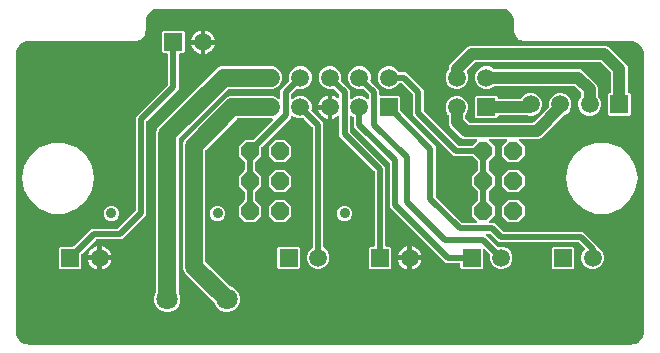
<source format=gbr>
G04 EAGLE Gerber RS-274X export*
G75*
%MOMM*%
%FSLAX34Y34*%
%LPD*%
%INBottom Copper*%
%IPPOS*%
%AMOC8*
5,1,8,0,0,1.08239X$1,22.5*%
G01*
%ADD10R,1.508000X1.508000*%
%ADD11C,1.508000*%
%ADD12P,1.649562X8X292.500000*%
%ADD13C,1.800000*%
%ADD14C,0.906400*%
%ADD15C,0.500000*%
%ADD16C,1.500000*%
%ADD17C,1.000000*%

G36*
X255046Y4007D02*
X255046Y4007D01*
X255087Y4005D01*
X256824Y4157D01*
X256918Y4178D01*
X256995Y4187D01*
X258679Y4638D01*
X258768Y4676D01*
X258843Y4697D01*
X260422Y5434D01*
X260503Y5487D01*
X260573Y5521D01*
X262001Y6521D01*
X262072Y6587D01*
X262134Y6633D01*
X263367Y7866D01*
X263425Y7943D01*
X263479Y7999D01*
X264479Y9427D01*
X264518Y9505D01*
X264563Y9572D01*
X264563Y9573D01*
X264566Y9578D01*
X265029Y10571D01*
X265029Y10572D01*
X265303Y11158D01*
X265331Y11250D01*
X265362Y11321D01*
X265813Y13005D01*
X265825Y13101D01*
X265844Y13176D01*
X265995Y14913D01*
X265993Y14959D01*
X265999Y15000D01*
X265999Y250000D01*
X265993Y250046D01*
X265995Y250087D01*
X265844Y251824D01*
X265822Y251918D01*
X265813Y251995D01*
X265362Y253679D01*
X265324Y253768D01*
X265303Y253843D01*
X264566Y255422D01*
X264513Y255503D01*
X264479Y255573D01*
X263479Y257001D01*
X263413Y257072D01*
X263367Y257134D01*
X262134Y258367D01*
X262057Y258425D01*
X262001Y258479D01*
X260573Y259479D01*
X260487Y259523D01*
X260422Y259566D01*
X258843Y260303D01*
X258750Y260331D01*
X258679Y260362D01*
X256995Y260813D01*
X256899Y260825D01*
X256824Y260844D01*
X255087Y260995D01*
X255041Y260993D01*
X255000Y260999D01*
X165044Y260999D01*
X163438Y261140D01*
X161923Y261546D01*
X160502Y262208D01*
X159217Y263108D01*
X158108Y264217D01*
X157208Y265502D01*
X156546Y266923D01*
X156140Y268438D01*
X155999Y270044D01*
X155999Y277500D01*
X155993Y277546D01*
X155995Y277587D01*
X155844Y279324D01*
X155822Y279418D01*
X155813Y279495D01*
X155362Y281179D01*
X155324Y281268D01*
X155303Y281343D01*
X154566Y282922D01*
X154513Y283003D01*
X154479Y283073D01*
X153479Y284501D01*
X153413Y284572D01*
X153367Y284634D01*
X152134Y285867D01*
X152057Y285925D01*
X152001Y285979D01*
X150573Y286979D01*
X150487Y287023D01*
X150422Y287066D01*
X148843Y287803D01*
X148750Y287831D01*
X148679Y287862D01*
X146995Y288313D01*
X146899Y288325D01*
X146824Y288344D01*
X145087Y288495D01*
X145041Y288493D01*
X145000Y288499D01*
X-145000Y288499D01*
X-145046Y288493D01*
X-145087Y288495D01*
X-146824Y288344D01*
X-146918Y288322D01*
X-146995Y288313D01*
X-148679Y287862D01*
X-148768Y287824D01*
X-148843Y287803D01*
X-150422Y287066D01*
X-150503Y287013D01*
X-150573Y286979D01*
X-152001Y285979D01*
X-152072Y285913D01*
X-152134Y285867D01*
X-153367Y284634D01*
X-153425Y284557D01*
X-153479Y284501D01*
X-154479Y283073D01*
X-154523Y282987D01*
X-154566Y282922D01*
X-154895Y282216D01*
X-155303Y281343D01*
X-155331Y281250D01*
X-155362Y281179D01*
X-155813Y279495D01*
X-155825Y279399D01*
X-155844Y279324D01*
X-155995Y277587D01*
X-155993Y277541D01*
X-155999Y277500D01*
X-155999Y270044D01*
X-156140Y268438D01*
X-156546Y266923D01*
X-156870Y266228D01*
X-157208Y265502D01*
X-158108Y264217D01*
X-159217Y263108D01*
X-160502Y262208D01*
X-161923Y261546D01*
X-163438Y261140D01*
X-165044Y260999D01*
X-255000Y260999D01*
X-255046Y260993D01*
X-255087Y260995D01*
X-256824Y260844D01*
X-256918Y260822D01*
X-256995Y260813D01*
X-258679Y260362D01*
X-258768Y260324D01*
X-258843Y260303D01*
X-260422Y259566D01*
X-260503Y259513D01*
X-260573Y259479D01*
X-262001Y258479D01*
X-262072Y258413D01*
X-262134Y258367D01*
X-263367Y257134D01*
X-263425Y257057D01*
X-263479Y257001D01*
X-264479Y255573D01*
X-264523Y255487D01*
X-264566Y255422D01*
X-264653Y255237D01*
X-264653Y255236D01*
X-265118Y254237D01*
X-265119Y254237D01*
X-265303Y253843D01*
X-265331Y253750D01*
X-265362Y253679D01*
X-265813Y251995D01*
X-265825Y251899D01*
X-265844Y251824D01*
X-265995Y250087D01*
X-265993Y250041D01*
X-265999Y250000D01*
X-265999Y15000D01*
X-265993Y14954D01*
X-265995Y14913D01*
X-265844Y13176D01*
X-265822Y13082D01*
X-265813Y13005D01*
X-265362Y11321D01*
X-265324Y11232D01*
X-265303Y11158D01*
X-264566Y9578D01*
X-264513Y9497D01*
X-264479Y9427D01*
X-263479Y7999D01*
X-263413Y7928D01*
X-263367Y7866D01*
X-262134Y6633D01*
X-262057Y6575D01*
X-262001Y6521D01*
X-260573Y5521D01*
X-260487Y5477D01*
X-260422Y5434D01*
X-258843Y4697D01*
X-258750Y4669D01*
X-258679Y4638D01*
X-256995Y4187D01*
X-256899Y4175D01*
X-256824Y4157D01*
X-255087Y4005D01*
X-255041Y4007D01*
X-255000Y4001D01*
X255000Y4001D01*
X255046Y4007D01*
G37*
%LPC*%
G36*
X34131Y67959D02*
X34131Y67959D01*
X32959Y69131D01*
X32959Y85869D01*
X34131Y87041D01*
X37000Y87041D01*
X37064Y87050D01*
X37128Y87049D01*
X37203Y87070D01*
X37279Y87081D01*
X37338Y87107D01*
X37400Y87124D01*
X37466Y87165D01*
X37536Y87197D01*
X37585Y87239D01*
X37640Y87272D01*
X37692Y87330D01*
X37750Y87380D01*
X37786Y87434D01*
X37829Y87482D01*
X37862Y87551D01*
X37905Y87616D01*
X37924Y87678D01*
X37952Y87735D01*
X37963Y87805D01*
X37987Y87886D01*
X37988Y87971D01*
X37999Y88040D01*
X37999Y150222D01*
X37986Y150317D01*
X37981Y150413D01*
X37966Y150456D01*
X37959Y150501D01*
X37920Y150589D01*
X37888Y150679D01*
X37863Y150714D01*
X37843Y150758D01*
X37760Y150855D01*
X37707Y150928D01*
X7999Y180636D01*
X7999Y196390D01*
X7986Y196484D01*
X7981Y196579D01*
X7966Y196623D01*
X7959Y196669D01*
X7920Y196756D01*
X7889Y196846D01*
X7862Y196884D01*
X7843Y196926D01*
X7781Y196998D01*
X7727Y197076D01*
X7690Y197105D01*
X7660Y197141D01*
X7580Y197193D01*
X7506Y197252D01*
X7463Y197270D01*
X7424Y197295D01*
X7333Y197323D01*
X7245Y197359D01*
X7199Y197364D01*
X7154Y197377D01*
X7059Y197379D01*
X6965Y197389D01*
X6919Y197381D01*
X6872Y197381D01*
X6781Y197356D01*
X6687Y197339D01*
X6648Y197319D01*
X6600Y197306D01*
X6493Y197240D01*
X6413Y197199D01*
X5284Y196378D01*
X3870Y195658D01*
X2361Y195167D01*
X1999Y195110D01*
X1999Y204000D01*
X1990Y204063D01*
X1991Y204128D01*
X1970Y204202D01*
X1959Y204279D01*
X1933Y204338D01*
X1916Y204400D01*
X1875Y204466D01*
X1843Y204536D01*
X1801Y204585D01*
X1768Y204640D01*
X1710Y204691D01*
X1660Y204750D01*
X1606Y204786D01*
X1558Y204829D01*
X1489Y204862D01*
X1424Y204905D01*
X1362Y204924D01*
X1305Y204952D01*
X1235Y204962D01*
X1154Y204987D01*
X1069Y204988D01*
X1000Y204999D01*
X-1Y204999D01*
X-1Y205001D01*
X1000Y205001D01*
X1064Y205010D01*
X1128Y205009D01*
X1203Y205030D01*
X1279Y205041D01*
X1338Y205067D01*
X1400Y205084D01*
X1466Y205125D01*
X1536Y205157D01*
X1585Y205199D01*
X1640Y205232D01*
X1692Y205290D01*
X1750Y205340D01*
X1786Y205394D01*
X1829Y205442D01*
X1862Y205511D01*
X1905Y205576D01*
X1924Y205638D01*
X1952Y205696D01*
X1962Y205765D01*
X1987Y205846D01*
X1988Y205931D01*
X1999Y206000D01*
X1999Y214890D01*
X2361Y214833D01*
X3870Y214342D01*
X5284Y213622D01*
X6413Y212801D01*
X6496Y212757D01*
X6576Y212705D01*
X6621Y212691D01*
X6662Y212669D01*
X6755Y212650D01*
X6846Y212623D01*
X6892Y212622D01*
X6938Y212612D01*
X7033Y212620D01*
X7128Y212619D01*
X7173Y212631D01*
X7219Y212635D01*
X7308Y212669D01*
X7400Y212694D01*
X7439Y212718D01*
X7483Y212735D01*
X7559Y212792D01*
X7640Y212842D01*
X7671Y212877D01*
X7708Y212905D01*
X7765Y212981D01*
X7829Y213051D01*
X7849Y213093D01*
X7877Y213131D01*
X7910Y213220D01*
X7952Y213305D01*
X7958Y213348D01*
X7976Y213395D01*
X7985Y213521D01*
X7999Y213610D01*
X7999Y215222D01*
X7986Y215317D01*
X7981Y215413D01*
X7966Y215456D01*
X7959Y215501D01*
X7920Y215589D01*
X7888Y215679D01*
X7863Y215714D01*
X7843Y215758D01*
X7760Y215855D01*
X7707Y215928D01*
X3274Y220361D01*
X3266Y220367D01*
X3260Y220375D01*
X3154Y220452D01*
X3048Y220531D01*
X3039Y220534D01*
X3031Y220540D01*
X2908Y220584D01*
X2784Y220630D01*
X2775Y220631D01*
X2766Y220634D01*
X2634Y220642D01*
X2503Y220652D01*
X2494Y220650D01*
X2484Y220651D01*
X2409Y220632D01*
X2227Y220594D01*
X2206Y220583D01*
X2185Y220578D01*
X1898Y220459D01*
X-1898Y220459D01*
X-5404Y221912D01*
X-8088Y224596D01*
X-9541Y228102D01*
X-9541Y231898D01*
X-8088Y235404D01*
X-5404Y238088D01*
X-1898Y239541D01*
X1898Y239541D01*
X5404Y238088D01*
X8088Y235404D01*
X9541Y231898D01*
X9541Y228102D01*
X9422Y227815D01*
X9420Y227806D01*
X9415Y227798D01*
X9384Y227669D01*
X9352Y227542D01*
X9352Y227533D01*
X9350Y227524D01*
X9357Y227391D01*
X9361Y227260D01*
X9364Y227251D01*
X9364Y227242D01*
X9408Y227117D01*
X9448Y226992D01*
X9454Y226984D01*
X9457Y226975D01*
X9502Y226913D01*
X9607Y226759D01*
X9626Y226744D01*
X9639Y226726D01*
X17001Y219364D01*
X17001Y212906D01*
X17005Y212874D01*
X17003Y212842D01*
X17025Y212735D01*
X17041Y212627D01*
X17054Y212597D01*
X17060Y212566D01*
X17112Y212469D01*
X17157Y212370D01*
X17178Y212345D01*
X17193Y212317D01*
X17269Y212238D01*
X17340Y212155D01*
X17367Y212138D01*
X17390Y212115D01*
X17485Y212061D01*
X17576Y212001D01*
X17607Y211991D01*
X17635Y211976D01*
X17741Y211950D01*
X17846Y211918D01*
X17878Y211918D01*
X17909Y211911D01*
X18019Y211916D01*
X18128Y211915D01*
X18159Y211923D01*
X18191Y211925D01*
X18294Y211961D01*
X18400Y211990D01*
X18427Y212007D01*
X18458Y212017D01*
X18531Y212071D01*
X18640Y212138D01*
X18672Y212174D01*
X18707Y212199D01*
X19596Y213088D01*
X23102Y214541D01*
X26898Y214541D01*
X30404Y213088D01*
X31293Y212199D01*
X31319Y212180D01*
X31340Y212155D01*
X31432Y212095D01*
X31519Y212030D01*
X31549Y212019D01*
X31576Y212001D01*
X31681Y211969D01*
X31783Y211930D01*
X31815Y211928D01*
X31846Y211918D01*
X31955Y211917D01*
X32064Y211909D01*
X32096Y211915D01*
X32128Y211915D01*
X32233Y211944D01*
X32340Y211966D01*
X32369Y211981D01*
X32400Y211990D01*
X32493Y212047D01*
X32589Y212099D01*
X32612Y212121D01*
X32640Y212138D01*
X32713Y212219D01*
X32791Y212295D01*
X32807Y212323D01*
X32829Y212347D01*
X32876Y212445D01*
X32930Y212541D01*
X32938Y212572D01*
X32952Y212601D01*
X32966Y212691D01*
X32995Y212815D01*
X32993Y212864D01*
X32999Y212906D01*
X32999Y215222D01*
X32986Y215317D01*
X32981Y215413D01*
X32966Y215456D01*
X32959Y215501D01*
X32920Y215589D01*
X32888Y215679D01*
X32863Y215714D01*
X32843Y215758D01*
X32760Y215855D01*
X32707Y215928D01*
X28274Y220361D01*
X28266Y220367D01*
X28260Y220375D01*
X28154Y220452D01*
X28048Y220531D01*
X28039Y220534D01*
X28031Y220540D01*
X27908Y220584D01*
X27784Y220630D01*
X27775Y220631D01*
X27766Y220634D01*
X27634Y220642D01*
X27503Y220652D01*
X27494Y220650D01*
X27484Y220651D01*
X27409Y220632D01*
X27227Y220594D01*
X27206Y220583D01*
X27185Y220578D01*
X26898Y220459D01*
X23102Y220459D01*
X19596Y221912D01*
X16912Y224596D01*
X15459Y228102D01*
X15459Y231898D01*
X16912Y235404D01*
X19596Y238088D01*
X23102Y239541D01*
X26898Y239541D01*
X30404Y238088D01*
X33088Y235404D01*
X34541Y231898D01*
X34541Y228102D01*
X34422Y227815D01*
X34420Y227806D01*
X34415Y227798D01*
X34384Y227669D01*
X34352Y227542D01*
X34352Y227533D01*
X34350Y227524D01*
X34357Y227391D01*
X34361Y227260D01*
X34364Y227251D01*
X34364Y227242D01*
X34408Y227117D01*
X34448Y226992D01*
X34454Y226984D01*
X34457Y226975D01*
X34502Y226913D01*
X34607Y226759D01*
X34626Y226744D01*
X34639Y226726D01*
X42001Y219364D01*
X42001Y215540D01*
X42010Y215476D01*
X42009Y215412D01*
X42030Y215337D01*
X42041Y215261D01*
X42067Y215202D01*
X42084Y215140D01*
X42125Y215074D01*
X42157Y215004D01*
X42199Y214955D01*
X42232Y214900D01*
X42290Y214848D01*
X42340Y214790D01*
X42394Y214754D01*
X42442Y214711D01*
X42511Y214678D01*
X42576Y214635D01*
X42638Y214616D01*
X42695Y214588D01*
X42765Y214577D01*
X42846Y214553D01*
X42931Y214552D01*
X43000Y214541D01*
X58369Y214541D01*
X59541Y213369D01*
X59541Y202238D01*
X59554Y202143D01*
X59559Y202047D01*
X59574Y202004D01*
X59581Y201959D01*
X59620Y201871D01*
X59652Y201781D01*
X59677Y201746D01*
X59697Y201702D01*
X59780Y201605D01*
X59833Y201532D01*
X86572Y174793D01*
X89501Y171864D01*
X89501Y129778D01*
X89514Y129683D01*
X89519Y129587D01*
X89534Y129544D01*
X89541Y129499D01*
X89580Y129411D01*
X89612Y129321D01*
X89637Y129286D01*
X89657Y129242D01*
X89740Y129145D01*
X89793Y129072D01*
X111572Y107293D01*
X111648Y107236D01*
X111720Y107171D01*
X111761Y107151D01*
X111797Y107124D01*
X111887Y107090D01*
X111974Y107048D01*
X112016Y107042D01*
X112061Y107025D01*
X112189Y107015D01*
X112278Y107001D01*
X123881Y107001D01*
X123913Y107005D01*
X123945Y107003D01*
X124052Y107025D01*
X124160Y107041D01*
X124190Y107054D01*
X124221Y107060D01*
X124318Y107112D01*
X124417Y107157D01*
X124442Y107178D01*
X124470Y107193D01*
X124548Y107269D01*
X124632Y107340D01*
X124649Y107367D01*
X124672Y107390D01*
X124726Y107485D01*
X124786Y107576D01*
X124795Y107607D01*
X124811Y107635D01*
X124837Y107742D01*
X124868Y107846D01*
X124869Y107878D01*
X124876Y107909D01*
X124871Y108019D01*
X124872Y108128D01*
X124864Y108159D01*
X124862Y108191D01*
X124826Y108294D01*
X124797Y108400D01*
X124780Y108427D01*
X124769Y108458D01*
X124716Y108531D01*
X124649Y108640D01*
X124613Y108672D01*
X124588Y108707D01*
X120179Y113115D01*
X120179Y121085D01*
X125007Y125912D01*
X125064Y125989D01*
X125129Y126061D01*
X125149Y126102D01*
X125176Y126138D01*
X125210Y126228D01*
X125252Y126314D01*
X125258Y126356D01*
X125275Y126402D01*
X125285Y126529D01*
X125299Y126619D01*
X125299Y132981D01*
X125286Y133076D01*
X125281Y133172D01*
X125266Y133215D01*
X125259Y133260D01*
X125220Y133348D01*
X125188Y133439D01*
X125163Y133473D01*
X125143Y133517D01*
X125060Y133615D01*
X125007Y133688D01*
X120179Y138515D01*
X120179Y146485D01*
X125007Y151312D01*
X125064Y151389D01*
X125129Y151461D01*
X125149Y151502D01*
X125176Y151538D01*
X125210Y151628D01*
X125252Y151714D01*
X125258Y151756D01*
X125275Y151802D01*
X125285Y151929D01*
X125299Y152019D01*
X125299Y158381D01*
X125286Y158476D01*
X125281Y158572D01*
X125266Y158615D01*
X125259Y158660D01*
X125220Y158748D01*
X125188Y158839D01*
X125163Y158873D01*
X125143Y158917D01*
X125060Y159015D01*
X125007Y159088D01*
X120988Y163107D01*
X120911Y163164D01*
X120839Y163229D01*
X120798Y163249D01*
X120762Y163276D01*
X120672Y163310D01*
X120586Y163352D01*
X120544Y163358D01*
X120498Y163375D01*
X120371Y163385D01*
X120281Y163399D01*
X105236Y163399D01*
X70499Y198136D01*
X70499Y215222D01*
X70486Y215317D01*
X70481Y215413D01*
X70466Y215456D01*
X70459Y215501D01*
X70420Y215589D01*
X70388Y215679D01*
X70363Y215714D01*
X70343Y215758D01*
X70260Y215855D01*
X70207Y215928D01*
X60928Y225207D01*
X60852Y225264D01*
X60780Y225329D01*
X60739Y225349D01*
X60703Y225376D01*
X60613Y225410D01*
X60526Y225452D01*
X60484Y225458D01*
X60439Y225475D01*
X60311Y225485D01*
X60222Y225499D01*
X59130Y225499D01*
X59121Y225498D01*
X59111Y225499D01*
X58981Y225478D01*
X58851Y225459D01*
X58842Y225456D01*
X58833Y225454D01*
X58714Y225397D01*
X58594Y225343D01*
X58587Y225337D01*
X58578Y225333D01*
X58480Y225245D01*
X58380Y225160D01*
X58375Y225152D01*
X58367Y225146D01*
X58327Y225080D01*
X58225Y224924D01*
X58218Y224901D01*
X58207Y224882D01*
X58088Y224596D01*
X55404Y221912D01*
X51898Y220459D01*
X48102Y220459D01*
X44596Y221912D01*
X41912Y224596D01*
X40459Y228102D01*
X40459Y231898D01*
X41912Y235404D01*
X44596Y238088D01*
X48102Y239541D01*
X51898Y239541D01*
X55404Y238088D01*
X58088Y235404D01*
X58207Y235118D01*
X58212Y235109D01*
X58214Y235100D01*
X58284Y234988D01*
X58351Y234875D01*
X58358Y234868D01*
X58363Y234860D01*
X58460Y234772D01*
X58556Y234682D01*
X58565Y234678D01*
X58572Y234671D01*
X58691Y234614D01*
X58808Y234554D01*
X58817Y234552D01*
X58826Y234548D01*
X58902Y234536D01*
X59085Y234502D01*
X59109Y234504D01*
X59130Y234501D01*
X64364Y234501D01*
X79501Y219364D01*
X79501Y202278D01*
X79514Y202183D01*
X79519Y202087D01*
X79534Y202044D01*
X79541Y201999D01*
X79580Y201911D01*
X79612Y201821D01*
X79637Y201786D01*
X79657Y201742D01*
X79740Y201645D01*
X79793Y201572D01*
X108672Y172693D01*
X108748Y172636D01*
X108820Y172571D01*
X108861Y172551D01*
X108897Y172524D01*
X108987Y172490D01*
X109074Y172448D01*
X109116Y172442D01*
X109161Y172425D01*
X109289Y172415D01*
X109378Y172401D01*
X120281Y172401D01*
X120376Y172414D01*
X120472Y172419D01*
X120515Y172434D01*
X120560Y172441D01*
X120648Y172480D01*
X120739Y172512D01*
X120773Y172537D01*
X120817Y172557D01*
X120914Y172640D01*
X120988Y172693D01*
X124588Y176293D01*
X124607Y176319D01*
X124632Y176340D01*
X124691Y176432D01*
X124757Y176519D01*
X124768Y176549D01*
X124786Y176576D01*
X124818Y176681D01*
X124857Y176783D01*
X124859Y176815D01*
X124868Y176846D01*
X124870Y176955D01*
X124878Y177064D01*
X124872Y177096D01*
X124872Y177128D01*
X124843Y177233D01*
X124821Y177340D01*
X124806Y177369D01*
X124797Y177400D01*
X124740Y177493D01*
X124688Y177589D01*
X124666Y177612D01*
X124649Y177640D01*
X124568Y177713D01*
X124491Y177791D01*
X124463Y177807D01*
X124440Y177829D01*
X124341Y177876D01*
X124246Y177930D01*
X124215Y177938D01*
X124186Y177952D01*
X124096Y177966D01*
X123972Y177995D01*
X123923Y177993D01*
X123881Y177999D01*
X113607Y177999D01*
X111034Y179065D01*
X101565Y188534D01*
X100499Y191107D01*
X100499Y198094D01*
X100486Y198189D01*
X100481Y198285D01*
X100466Y198328D01*
X100459Y198373D01*
X100420Y198461D01*
X100388Y198552D01*
X100363Y198586D01*
X100343Y198630D01*
X100260Y198728D01*
X100207Y198801D01*
X99412Y199596D01*
X97959Y203102D01*
X97959Y206898D01*
X99412Y210404D01*
X102096Y213088D01*
X105602Y214541D01*
X109398Y214541D01*
X112904Y213088D01*
X115588Y210404D01*
X117041Y206898D01*
X117041Y203102D01*
X115588Y199596D01*
X114793Y198801D01*
X114736Y198724D01*
X114671Y198653D01*
X114651Y198612D01*
X114624Y198575D01*
X114590Y198485D01*
X114548Y198399D01*
X114542Y198357D01*
X114525Y198311D01*
X114515Y198184D01*
X114501Y198094D01*
X114501Y195814D01*
X114509Y195754D01*
X114509Y195729D01*
X114515Y195708D01*
X114519Y195623D01*
X114534Y195579D01*
X114541Y195534D01*
X114580Y195447D01*
X114612Y195356D01*
X114637Y195322D01*
X114657Y195278D01*
X114740Y195180D01*
X114793Y195107D01*
X117607Y192293D01*
X117684Y192236D01*
X117755Y192171D01*
X117796Y192151D01*
X117833Y192124D01*
X117923Y192090D01*
X118009Y192048D01*
X118051Y192042D01*
X118097Y192025D01*
X118224Y192015D01*
X118314Y192001D01*
X171686Y192001D01*
X171781Y192014D01*
X171877Y192019D01*
X171921Y192034D01*
X171966Y192041D01*
X172053Y192080D01*
X172144Y192112D01*
X172178Y192137D01*
X172222Y192157D01*
X172320Y192240D01*
X172393Y192293D01*
X185167Y205067D01*
X185224Y205144D01*
X185289Y205215D01*
X185309Y205256D01*
X185336Y205293D01*
X185370Y205383D01*
X185412Y205469D01*
X185418Y205511D01*
X185435Y205557D01*
X185445Y205684D01*
X185447Y205693D01*
X185447Y205695D01*
X185447Y205697D01*
X185459Y205774D01*
X185459Y209398D01*
X186912Y212904D01*
X189596Y215588D01*
X193102Y217041D01*
X196898Y217041D01*
X200404Y215588D01*
X203088Y212904D01*
X204541Y209398D01*
X204541Y205602D01*
X203088Y202096D01*
X200404Y199412D01*
X198724Y198716D01*
X198688Y198694D01*
X198648Y198681D01*
X198579Y198630D01*
X198481Y198572D01*
X198441Y198529D01*
X198399Y198499D01*
X178966Y179065D01*
X176393Y177999D01*
X161119Y177999D01*
X161087Y177995D01*
X161055Y177997D01*
X160948Y177975D01*
X160840Y177959D01*
X160810Y177946D01*
X160779Y177940D01*
X160682Y177888D01*
X160583Y177843D01*
X160558Y177822D01*
X160530Y177807D01*
X160452Y177731D01*
X160368Y177660D01*
X160351Y177633D01*
X160328Y177610D01*
X160274Y177515D01*
X160214Y177424D01*
X160205Y177393D01*
X160189Y177365D01*
X160163Y177258D01*
X160132Y177154D01*
X160131Y177122D01*
X160124Y177091D01*
X160129Y176981D01*
X160128Y176872D01*
X160136Y176841D01*
X160138Y176809D01*
X160174Y176706D01*
X160203Y176600D01*
X160220Y176573D01*
X160231Y176542D01*
X160284Y176469D01*
X160351Y176360D01*
X160387Y176328D01*
X160412Y176293D01*
X164821Y171885D01*
X164821Y163915D01*
X159185Y158279D01*
X151215Y158279D01*
X145579Y163915D01*
X145579Y171885D01*
X149988Y176293D01*
X150007Y176319D01*
X150032Y176340D01*
X150091Y176432D01*
X150157Y176519D01*
X150168Y176549D01*
X150186Y176576D01*
X150218Y176681D01*
X150257Y176783D01*
X150259Y176815D01*
X150268Y176846D01*
X150270Y176955D01*
X150278Y177064D01*
X150272Y177096D01*
X150272Y177128D01*
X150243Y177233D01*
X150221Y177340D01*
X150206Y177369D01*
X150197Y177400D01*
X150140Y177493D01*
X150088Y177589D01*
X150066Y177612D01*
X150049Y177640D01*
X149968Y177713D01*
X149891Y177791D01*
X149863Y177807D01*
X149840Y177829D01*
X149741Y177876D01*
X149646Y177930D01*
X149615Y177938D01*
X149586Y177952D01*
X149496Y177966D01*
X149372Y177995D01*
X149323Y177993D01*
X149281Y177999D01*
X135719Y177999D01*
X135687Y177995D01*
X135655Y177997D01*
X135548Y177975D01*
X135440Y177959D01*
X135410Y177946D01*
X135379Y177940D01*
X135282Y177888D01*
X135183Y177843D01*
X135158Y177822D01*
X135130Y177807D01*
X135052Y177731D01*
X134968Y177660D01*
X134951Y177633D01*
X134928Y177610D01*
X134874Y177515D01*
X134814Y177424D01*
X134805Y177393D01*
X134789Y177365D01*
X134763Y177258D01*
X134732Y177154D01*
X134731Y177122D01*
X134724Y177091D01*
X134729Y176981D01*
X134728Y176872D01*
X134736Y176841D01*
X134738Y176809D01*
X134774Y176706D01*
X134803Y176600D01*
X134820Y176573D01*
X134831Y176542D01*
X134884Y176469D01*
X134951Y176360D01*
X134987Y176328D01*
X135012Y176293D01*
X139421Y171885D01*
X139421Y163915D01*
X134593Y159088D01*
X134536Y159011D01*
X134471Y158939D01*
X134451Y158898D01*
X134424Y158862D01*
X134390Y158772D01*
X134348Y158686D01*
X134342Y158644D01*
X134325Y158598D01*
X134315Y158471D01*
X134301Y158381D01*
X134301Y152019D01*
X134314Y151924D01*
X134319Y151828D01*
X134334Y151785D01*
X134341Y151740D01*
X134380Y151652D01*
X134412Y151561D01*
X134437Y151527D01*
X134457Y151483D01*
X134540Y151385D01*
X134593Y151312D01*
X139421Y146485D01*
X139421Y138515D01*
X134593Y133688D01*
X134536Y133611D01*
X134471Y133539D01*
X134451Y133498D01*
X134424Y133462D01*
X134390Y133372D01*
X134348Y133286D01*
X134342Y133244D01*
X134325Y133198D01*
X134315Y133071D01*
X134313Y133059D01*
X134313Y133058D01*
X134301Y132981D01*
X134301Y126619D01*
X134314Y126524D01*
X134319Y126428D01*
X134334Y126385D01*
X134341Y126340D01*
X134380Y126252D01*
X134412Y126161D01*
X134437Y126127D01*
X134457Y126083D01*
X134540Y125985D01*
X134593Y125912D01*
X139421Y121085D01*
X139421Y113115D01*
X135012Y108707D01*
X134993Y108681D01*
X134968Y108660D01*
X134909Y108568D01*
X134843Y108481D01*
X134832Y108451D01*
X134814Y108424D01*
X134782Y108319D01*
X134743Y108217D01*
X134741Y108185D01*
X134732Y108154D01*
X134730Y108045D01*
X134722Y107936D01*
X134728Y107904D01*
X134728Y107872D01*
X134757Y107767D01*
X134779Y107660D01*
X134794Y107631D01*
X134803Y107600D01*
X134860Y107507D01*
X134912Y107411D01*
X134934Y107388D01*
X134951Y107360D01*
X135032Y107287D01*
X135109Y107209D01*
X135137Y107193D01*
X135160Y107171D01*
X135259Y107124D01*
X135354Y107070D01*
X135385Y107062D01*
X135414Y107048D01*
X135504Y107034D01*
X135628Y107005D01*
X135677Y107007D01*
X135719Y107001D01*
X139364Y107001D01*
X146572Y99793D01*
X146648Y99736D01*
X146720Y99671D01*
X146761Y99651D01*
X146797Y99624D01*
X146887Y99590D01*
X146974Y99548D01*
X147016Y99542D01*
X147061Y99525D01*
X147189Y99515D01*
X147278Y99501D01*
X214364Y99501D01*
X227001Y86864D01*
X227001Y86630D01*
X227002Y86621D01*
X227001Y86611D01*
X227022Y86481D01*
X227041Y86351D01*
X227044Y86342D01*
X227046Y86333D01*
X227103Y86214D01*
X227157Y86094D01*
X227163Y86087D01*
X227167Y86078D01*
X227255Y85979D01*
X227340Y85880D01*
X227348Y85875D01*
X227354Y85867D01*
X227420Y85827D01*
X227576Y85725D01*
X227599Y85718D01*
X227618Y85707D01*
X227904Y85588D01*
X230588Y82904D01*
X232041Y79398D01*
X232041Y75602D01*
X230588Y72096D01*
X227904Y69412D01*
X224398Y67959D01*
X220602Y67959D01*
X217096Y69412D01*
X214412Y72096D01*
X212959Y75602D01*
X212959Y79398D01*
X214412Y82904D01*
X215615Y84107D01*
X215653Y84159D01*
X215699Y84203D01*
X215737Y84271D01*
X215784Y84333D01*
X215807Y84393D01*
X215838Y84449D01*
X215856Y84524D01*
X215883Y84597D01*
X215888Y84661D01*
X215903Y84723D01*
X215899Y84801D01*
X215905Y84878D01*
X215892Y84941D01*
X215889Y85005D01*
X215863Y85078D01*
X215848Y85154D01*
X215817Y85211D01*
X215796Y85271D01*
X215755Y85328D01*
X215715Y85403D01*
X215656Y85464D01*
X215615Y85520D01*
X210928Y90207D01*
X210851Y90264D01*
X210780Y90329D01*
X210739Y90349D01*
X210703Y90376D01*
X210613Y90410D01*
X210526Y90452D01*
X210484Y90458D01*
X210439Y90475D01*
X210311Y90485D01*
X210222Y90499D01*
X143136Y90499D01*
X135928Y97707D01*
X135852Y97764D01*
X135780Y97829D01*
X135739Y97849D01*
X135703Y97876D01*
X135613Y97910D01*
X135526Y97952D01*
X135484Y97958D01*
X135439Y97975D01*
X135311Y97985D01*
X135222Y97999D01*
X133278Y97999D01*
X133246Y97995D01*
X133214Y97997D01*
X133107Y97975D01*
X132999Y97959D01*
X132970Y97946D01*
X132938Y97940D01*
X132842Y97888D01*
X132742Y97843D01*
X132717Y97822D01*
X132689Y97807D01*
X132611Y97731D01*
X132528Y97660D01*
X132510Y97633D01*
X132487Y97610D01*
X132433Y97515D01*
X132373Y97424D01*
X132364Y97393D01*
X132348Y97365D01*
X132323Y97259D01*
X132291Y97154D01*
X132290Y97122D01*
X132283Y97091D01*
X132289Y96981D01*
X132287Y96872D01*
X132296Y96841D01*
X132297Y96809D01*
X132333Y96706D01*
X132362Y96600D01*
X132379Y96573D01*
X132390Y96542D01*
X132443Y96469D01*
X132510Y96360D01*
X132546Y96328D01*
X132572Y96293D01*
X134793Y94072D01*
X134794Y94071D01*
X141726Y87139D01*
X141734Y87133D01*
X141740Y87125D01*
X141847Y87048D01*
X141952Y86969D01*
X141961Y86966D01*
X141969Y86960D01*
X142092Y86916D01*
X142216Y86870D01*
X142225Y86869D01*
X142234Y86866D01*
X142366Y86858D01*
X142497Y86848D01*
X142506Y86850D01*
X142516Y86849D01*
X142591Y86868D01*
X142773Y86906D01*
X142794Y86917D01*
X142815Y86922D01*
X143102Y87041D01*
X146898Y87041D01*
X150404Y85588D01*
X153088Y82904D01*
X154541Y79398D01*
X154541Y75602D01*
X153088Y72096D01*
X150404Y69412D01*
X146898Y67959D01*
X143102Y67959D01*
X139596Y69412D01*
X136912Y72096D01*
X135459Y75602D01*
X135459Y79398D01*
X135578Y79685D01*
X135580Y79694D01*
X135585Y79702D01*
X135616Y79831D01*
X135648Y79958D01*
X135648Y79967D01*
X135650Y79976D01*
X135643Y80109D01*
X135639Y80240D01*
X135636Y80249D01*
X135636Y80258D01*
X135592Y80383D01*
X135552Y80508D01*
X135546Y80516D01*
X135543Y80525D01*
X135498Y80587D01*
X135393Y80741D01*
X135374Y80756D01*
X135361Y80774D01*
X131247Y84888D01*
X131221Y84908D01*
X131200Y84932D01*
X131108Y84992D01*
X131021Y85058D01*
X130991Y85069D01*
X130964Y85087D01*
X130859Y85119D01*
X130757Y85157D01*
X130725Y85160D01*
X130694Y85169D01*
X130585Y85171D01*
X130476Y85179D01*
X130444Y85172D01*
X130412Y85173D01*
X130307Y85144D01*
X130200Y85121D01*
X130171Y85106D01*
X130140Y85098D01*
X130047Y85040D01*
X129951Y84989D01*
X129928Y84967D01*
X129900Y84950D01*
X129827Y84868D01*
X129749Y84792D01*
X129733Y84764D01*
X129711Y84740D01*
X129664Y84642D01*
X129610Y84547D01*
X129602Y84515D01*
X129588Y84486D01*
X129574Y84397D01*
X129545Y84272D01*
X129547Y84224D01*
X129541Y84182D01*
X129541Y69131D01*
X128369Y67959D01*
X111631Y67959D01*
X110459Y69131D01*
X110459Y72000D01*
X110451Y72059D01*
X110451Y72078D01*
X110450Y72080D01*
X110451Y72128D01*
X110430Y72203D01*
X110419Y72279D01*
X110393Y72338D01*
X110376Y72400D01*
X110335Y72466D01*
X110303Y72536D01*
X110261Y72585D01*
X110228Y72640D01*
X110170Y72692D01*
X110120Y72750D01*
X110066Y72786D01*
X110018Y72829D01*
X109949Y72862D01*
X109884Y72905D01*
X109822Y72924D01*
X109765Y72952D01*
X109695Y72963D01*
X109614Y72987D01*
X109529Y72988D01*
X109460Y72999D01*
X98136Y72999D01*
X50499Y120636D01*
X50499Y157722D01*
X50486Y157817D01*
X50481Y157913D01*
X50466Y157956D01*
X50459Y158001D01*
X50420Y158089D01*
X50388Y158179D01*
X50363Y158214D01*
X50343Y158258D01*
X50260Y158355D01*
X50207Y158428D01*
X20499Y188136D01*
X20499Y195870D01*
X20498Y195879D01*
X20499Y195889D01*
X20490Y195942D01*
X20491Y195985D01*
X20474Y196045D01*
X20459Y196149D01*
X20456Y196158D01*
X20454Y196167D01*
X20422Y196235D01*
X20416Y196256D01*
X20397Y196287D01*
X20343Y196406D01*
X20337Y196413D01*
X20333Y196422D01*
X20270Y196492D01*
X20268Y196496D01*
X20262Y196501D01*
X20245Y196520D01*
X20160Y196620D01*
X20152Y196625D01*
X20146Y196633D01*
X20080Y196673D01*
X19924Y196775D01*
X19901Y196782D01*
X19882Y196793D01*
X19596Y196912D01*
X18707Y197801D01*
X18681Y197820D01*
X18660Y197845D01*
X18568Y197905D01*
X18481Y197970D01*
X18451Y197981D01*
X18424Y197999D01*
X18319Y198031D01*
X18217Y198070D01*
X18185Y198072D01*
X18154Y198082D01*
X18045Y198083D01*
X17936Y198091D01*
X17904Y198085D01*
X17872Y198085D01*
X17767Y198056D01*
X17660Y198034D01*
X17631Y198019D01*
X17600Y198010D01*
X17507Y197953D01*
X17411Y197901D01*
X17388Y197879D01*
X17360Y197862D01*
X17287Y197781D01*
X17209Y197705D01*
X17193Y197677D01*
X17171Y197653D01*
X17124Y197555D01*
X17070Y197459D01*
X17062Y197428D01*
X17048Y197399D01*
X17034Y197309D01*
X17005Y197185D01*
X17007Y197136D01*
X17001Y197094D01*
X17001Y184778D01*
X17014Y184683D01*
X17019Y184587D01*
X17034Y184544D01*
X17041Y184499D01*
X17080Y184411D01*
X17112Y184321D01*
X17137Y184286D01*
X17157Y184242D01*
X17240Y184145D01*
X17293Y184072D01*
X47001Y154364D01*
X47001Y88040D01*
X47010Y87976D01*
X47009Y87912D01*
X47030Y87837D01*
X47041Y87761D01*
X47067Y87702D01*
X47084Y87640D01*
X47125Y87574D01*
X47157Y87504D01*
X47199Y87455D01*
X47232Y87400D01*
X47290Y87348D01*
X47340Y87290D01*
X47394Y87254D01*
X47442Y87211D01*
X47511Y87178D01*
X47576Y87135D01*
X47638Y87116D01*
X47695Y87088D01*
X47765Y87077D01*
X47846Y87053D01*
X47931Y87052D01*
X48000Y87041D01*
X50869Y87041D01*
X52041Y85869D01*
X52041Y69131D01*
X50869Y67959D01*
X34131Y67959D01*
G37*
%LPD*%
%LPC*%
G36*
X-89688Y31499D02*
X-89688Y31499D01*
X-93731Y33174D01*
X-96826Y36269D01*
X-98250Y39706D01*
X-98271Y39742D01*
X-98285Y39782D01*
X-98336Y39851D01*
X-98394Y39949D01*
X-98436Y39989D01*
X-98467Y40030D01*
X-120241Y61805D01*
X-123054Y64618D01*
X-124501Y68110D01*
X-124501Y174390D01*
X-123054Y177882D01*
X-120241Y180695D01*
X-90695Y210241D01*
X-87882Y213054D01*
X-84390Y214501D01*
X-52193Y214501D01*
X-52152Y214507D01*
X-52110Y214504D01*
X-52026Y214524D01*
X-51914Y214541D01*
X-51913Y214541D01*
X-48102Y214541D01*
X-44596Y213088D01*
X-43707Y212199D01*
X-43681Y212180D01*
X-43660Y212155D01*
X-43568Y212095D01*
X-43481Y212030D01*
X-43451Y212019D01*
X-43424Y212001D01*
X-43319Y211969D01*
X-43217Y211930D01*
X-43185Y211928D01*
X-43154Y211918D01*
X-43045Y211917D01*
X-42936Y211909D01*
X-42904Y211915D01*
X-42872Y211915D01*
X-42767Y211944D01*
X-42660Y211966D01*
X-42631Y211981D01*
X-42600Y211990D01*
X-42507Y212047D01*
X-42411Y212099D01*
X-42388Y212121D01*
X-42360Y212138D01*
X-42287Y212219D01*
X-42209Y212295D01*
X-42193Y212323D01*
X-42171Y212347D01*
X-42124Y212445D01*
X-42070Y212541D01*
X-42062Y212572D01*
X-42048Y212601D01*
X-42034Y212691D01*
X-42005Y212815D01*
X-42007Y212864D01*
X-42001Y212906D01*
X-42001Y219364D01*
X-34639Y226726D01*
X-34633Y226734D01*
X-34625Y226740D01*
X-34548Y226847D01*
X-34469Y226952D01*
X-34466Y226961D01*
X-34460Y226969D01*
X-34416Y227092D01*
X-34370Y227216D01*
X-34369Y227225D01*
X-34366Y227234D01*
X-34358Y227366D01*
X-34348Y227497D01*
X-34350Y227506D01*
X-34349Y227516D01*
X-34368Y227591D01*
X-34406Y227773D01*
X-34417Y227794D01*
X-34422Y227815D01*
X-34541Y228102D01*
X-34541Y231898D01*
X-33088Y235404D01*
X-30404Y238088D01*
X-26898Y239541D01*
X-23102Y239541D01*
X-19596Y238088D01*
X-16912Y235404D01*
X-15459Y231898D01*
X-15459Y228102D01*
X-16912Y224596D01*
X-19596Y221912D01*
X-23102Y220459D01*
X-26898Y220459D01*
X-27185Y220578D01*
X-27194Y220580D01*
X-27202Y220585D01*
X-27331Y220616D01*
X-27458Y220648D01*
X-27467Y220648D01*
X-27476Y220650D01*
X-27609Y220643D01*
X-27740Y220639D01*
X-27749Y220636D01*
X-27758Y220636D01*
X-27883Y220592D01*
X-28008Y220552D01*
X-28016Y220546D01*
X-28025Y220543D01*
X-28087Y220498D01*
X-28241Y220393D01*
X-28256Y220374D01*
X-28274Y220361D01*
X-32707Y215928D01*
X-32764Y215851D01*
X-32829Y215780D01*
X-32849Y215739D01*
X-32876Y215703D01*
X-32910Y215613D01*
X-32952Y215526D01*
X-32958Y215484D01*
X-32975Y215439D01*
X-32985Y215311D01*
X-32999Y215222D01*
X-32999Y212906D01*
X-32995Y212874D01*
X-32997Y212842D01*
X-32975Y212735D01*
X-32959Y212627D01*
X-32946Y212597D01*
X-32940Y212566D01*
X-32888Y212469D01*
X-32843Y212370D01*
X-32822Y212345D01*
X-32807Y212317D01*
X-32731Y212238D01*
X-32660Y212155D01*
X-32633Y212138D01*
X-32610Y212115D01*
X-32515Y212061D01*
X-32424Y212001D01*
X-32393Y211991D01*
X-32365Y211976D01*
X-32259Y211950D01*
X-32154Y211918D01*
X-32122Y211918D01*
X-32091Y211911D01*
X-31981Y211916D01*
X-31872Y211915D01*
X-31841Y211923D01*
X-31809Y211925D01*
X-31706Y211961D01*
X-31600Y211990D01*
X-31573Y212007D01*
X-31542Y212017D01*
X-31469Y212071D01*
X-31360Y212138D01*
X-31328Y212174D01*
X-31293Y212199D01*
X-30404Y213088D01*
X-26898Y214541D01*
X-23102Y214541D01*
X-19596Y213088D01*
X-16912Y210404D01*
X-15459Y206898D01*
X-15459Y203102D01*
X-15578Y202815D01*
X-15580Y202806D01*
X-15585Y202798D01*
X-15616Y202669D01*
X-15648Y202542D01*
X-15648Y202533D01*
X-15650Y202524D01*
X-15643Y202391D01*
X-15639Y202260D01*
X-15636Y202251D01*
X-15636Y202242D01*
X-15592Y202117D01*
X-15552Y201992D01*
X-15546Y201984D01*
X-15543Y201975D01*
X-15498Y201913D01*
X-15393Y201759D01*
X-15374Y201744D01*
X-15361Y201726D01*
X-5499Y191864D01*
X-5499Y86630D01*
X-5498Y86621D01*
X-5499Y86611D01*
X-5478Y86481D01*
X-5459Y86351D01*
X-5456Y86342D01*
X-5454Y86333D01*
X-5397Y86214D01*
X-5343Y86094D01*
X-5337Y86087D01*
X-5333Y86078D01*
X-5245Y85979D01*
X-5160Y85880D01*
X-5152Y85875D01*
X-5146Y85867D01*
X-5080Y85827D01*
X-4924Y85725D01*
X-4901Y85718D01*
X-4882Y85707D01*
X-4596Y85588D01*
X-1912Y82904D01*
X-459Y79398D01*
X-459Y75602D01*
X-1912Y72096D01*
X-4596Y69412D01*
X-8102Y67959D01*
X-11898Y67959D01*
X-15404Y69412D01*
X-18088Y72096D01*
X-19541Y75602D01*
X-19541Y79398D01*
X-18088Y82904D01*
X-15404Y85588D01*
X-15118Y85707D01*
X-15109Y85712D01*
X-15100Y85714D01*
X-14988Y85784D01*
X-14875Y85851D01*
X-14868Y85858D01*
X-14860Y85863D01*
X-14772Y85960D01*
X-14682Y86056D01*
X-14678Y86065D01*
X-14671Y86072D01*
X-14614Y86191D01*
X-14554Y86308D01*
X-14552Y86317D01*
X-14548Y86326D01*
X-14536Y86402D01*
X-14502Y86585D01*
X-14504Y86609D01*
X-14501Y86630D01*
X-14501Y187722D01*
X-14514Y187817D01*
X-14519Y187913D01*
X-14534Y187956D01*
X-14541Y188001D01*
X-14580Y188089D01*
X-14612Y188179D01*
X-14637Y188214D01*
X-14657Y188258D01*
X-14740Y188355D01*
X-14793Y188428D01*
X-21726Y195361D01*
X-21734Y195367D01*
X-21740Y195375D01*
X-21847Y195452D01*
X-21952Y195531D01*
X-21961Y195534D01*
X-21969Y195540D01*
X-22092Y195584D01*
X-22216Y195630D01*
X-22225Y195631D01*
X-22234Y195634D01*
X-22366Y195642D01*
X-22497Y195652D01*
X-22506Y195650D01*
X-22516Y195651D01*
X-22591Y195632D01*
X-22773Y195594D01*
X-22794Y195583D01*
X-22815Y195578D01*
X-23102Y195459D01*
X-26898Y195459D01*
X-30404Y196912D01*
X-31293Y197801D01*
X-31319Y197820D01*
X-31340Y197845D01*
X-31432Y197905D01*
X-31519Y197970D01*
X-31549Y197981D01*
X-31576Y197999D01*
X-31681Y198031D01*
X-31783Y198070D01*
X-31815Y198072D01*
X-31846Y198082D01*
X-31955Y198083D01*
X-32064Y198091D01*
X-32096Y198085D01*
X-32128Y198085D01*
X-32233Y198056D01*
X-32340Y198034D01*
X-32369Y198019D01*
X-32400Y198010D01*
X-32493Y197953D01*
X-32589Y197901D01*
X-32612Y197879D01*
X-32640Y197862D01*
X-32713Y197781D01*
X-32791Y197705D01*
X-32807Y197677D01*
X-32829Y197653D01*
X-32876Y197555D01*
X-32930Y197459D01*
X-32938Y197428D01*
X-32952Y197399D01*
X-32966Y197309D01*
X-32995Y197185D01*
X-32993Y197136D01*
X-32999Y197094D01*
X-32999Y196236D01*
X-57787Y171448D01*
X-57844Y171372D01*
X-57909Y171300D01*
X-57929Y171259D01*
X-57956Y171223D01*
X-57990Y171133D01*
X-58032Y171046D01*
X-58038Y171004D01*
X-58055Y170959D01*
X-58065Y170831D01*
X-58079Y170742D01*
X-58079Y163915D01*
X-62907Y159088D01*
X-62964Y159011D01*
X-63029Y158939D01*
X-63049Y158898D01*
X-63076Y158862D01*
X-63110Y158772D01*
X-63152Y158686D01*
X-63158Y158644D01*
X-63175Y158598D01*
X-63185Y158471D01*
X-63199Y158381D01*
X-63199Y152019D01*
X-63186Y151924D01*
X-63181Y151828D01*
X-63166Y151785D01*
X-63159Y151740D01*
X-63120Y151652D01*
X-63088Y151561D01*
X-63063Y151527D01*
X-63043Y151483D01*
X-62960Y151385D01*
X-62907Y151312D01*
X-58079Y146485D01*
X-58079Y138515D01*
X-62907Y133688D01*
X-62964Y133611D01*
X-63029Y133539D01*
X-63049Y133498D01*
X-63076Y133462D01*
X-63110Y133372D01*
X-63152Y133286D01*
X-63158Y133244D01*
X-63175Y133198D01*
X-63185Y133071D01*
X-63187Y133059D01*
X-63187Y133058D01*
X-63199Y132981D01*
X-63199Y126619D01*
X-63186Y126524D01*
X-63181Y126428D01*
X-63166Y126385D01*
X-63159Y126340D01*
X-63120Y126252D01*
X-63088Y126161D01*
X-63063Y126127D01*
X-63043Y126083D01*
X-62960Y125985D01*
X-62907Y125912D01*
X-58079Y121085D01*
X-58079Y113115D01*
X-63715Y107479D01*
X-71685Y107479D01*
X-77321Y113115D01*
X-77321Y121085D01*
X-72493Y125912D01*
X-72436Y125989D01*
X-72371Y126061D01*
X-72351Y126102D01*
X-72324Y126138D01*
X-72290Y126228D01*
X-72248Y126314D01*
X-72242Y126356D01*
X-72225Y126402D01*
X-72215Y126529D01*
X-72201Y126619D01*
X-72201Y132981D01*
X-72214Y133076D01*
X-72219Y133172D01*
X-72234Y133215D01*
X-72241Y133260D01*
X-72280Y133348D01*
X-72312Y133439D01*
X-72337Y133473D01*
X-72357Y133517D01*
X-72440Y133615D01*
X-72493Y133688D01*
X-77321Y138515D01*
X-77321Y146485D01*
X-72493Y151312D01*
X-72436Y151389D01*
X-72371Y151461D01*
X-72351Y151502D01*
X-72324Y151538D01*
X-72290Y151628D01*
X-72248Y151714D01*
X-72242Y151756D01*
X-72225Y151802D01*
X-72215Y151929D01*
X-72201Y152019D01*
X-72201Y158381D01*
X-72214Y158476D01*
X-72219Y158572D01*
X-72234Y158615D01*
X-72241Y158660D01*
X-72280Y158748D01*
X-72312Y158839D01*
X-72337Y158873D01*
X-72357Y158917D01*
X-72440Y159015D01*
X-72493Y159088D01*
X-77321Y163915D01*
X-77321Y171885D01*
X-71685Y177521D01*
X-64858Y177521D01*
X-64763Y177534D01*
X-64667Y177539D01*
X-64624Y177554D01*
X-64579Y177561D01*
X-64491Y177600D01*
X-64401Y177632D01*
X-64366Y177657D01*
X-64322Y177677D01*
X-64225Y177760D01*
X-64152Y177813D01*
X-48212Y193753D01*
X-48192Y193779D01*
X-48168Y193800D01*
X-48108Y193892D01*
X-48042Y193979D01*
X-48031Y194009D01*
X-48013Y194036D01*
X-47981Y194141D01*
X-47943Y194243D01*
X-47940Y194275D01*
X-47931Y194306D01*
X-47929Y194415D01*
X-47921Y194524D01*
X-47928Y194556D01*
X-47927Y194588D01*
X-47956Y194693D01*
X-47979Y194800D01*
X-47994Y194829D01*
X-48002Y194860D01*
X-48060Y194953D01*
X-48111Y195049D01*
X-48133Y195072D01*
X-48150Y195100D01*
X-48232Y195173D01*
X-48308Y195251D01*
X-48336Y195267D01*
X-48360Y195289D01*
X-48458Y195336D01*
X-48553Y195390D01*
X-48585Y195398D01*
X-48614Y195412D01*
X-48703Y195426D01*
X-48828Y195455D01*
X-48876Y195453D01*
X-48918Y195459D01*
X-51937Y195459D01*
X-51974Y195465D01*
X-52084Y195493D01*
X-52143Y195491D01*
X-52193Y195499D01*
X-78151Y195499D01*
X-78246Y195486D01*
X-78342Y195481D01*
X-78385Y195466D01*
X-78430Y195459D01*
X-78517Y195420D01*
X-78608Y195388D01*
X-78643Y195363D01*
X-78687Y195343D01*
X-78784Y195260D01*
X-78857Y195207D01*
X-105207Y168857D01*
X-105264Y168781D01*
X-105329Y168709D01*
X-105349Y168668D01*
X-105376Y168632D01*
X-105410Y168542D01*
X-105452Y168455D01*
X-105458Y168413D01*
X-105475Y168368D01*
X-105485Y168240D01*
X-105499Y168151D01*
X-105499Y74349D01*
X-105486Y74254D01*
X-105481Y74158D01*
X-105466Y74115D01*
X-105459Y74070D01*
X-105420Y73983D01*
X-105388Y73892D01*
X-105363Y73857D01*
X-105343Y73813D01*
X-105260Y73716D01*
X-105207Y73643D01*
X-85030Y53467D01*
X-84997Y53442D01*
X-84970Y53410D01*
X-84896Y53366D01*
X-84805Y53297D01*
X-84750Y53276D01*
X-84706Y53250D01*
X-81269Y51826D01*
X-78174Y48731D01*
X-76499Y44688D01*
X-76499Y40312D01*
X-78174Y36269D01*
X-81269Y33174D01*
X-85312Y31499D01*
X-89688Y31499D01*
G37*
%LPD*%
%LPC*%
G36*
X-139688Y31499D02*
X-139688Y31499D01*
X-143731Y33174D01*
X-146826Y36269D01*
X-148501Y40312D01*
X-148501Y44688D01*
X-147077Y48126D01*
X-147066Y48166D01*
X-147048Y48204D01*
X-147035Y48289D01*
X-147007Y48399D01*
X-147009Y48458D01*
X-147001Y48508D01*
X-147001Y184390D01*
X-145554Y187882D01*
X-142741Y190695D01*
X-98195Y235241D01*
X-95382Y238054D01*
X-91890Y239501D01*
X-52193Y239501D01*
X-52152Y239507D01*
X-52110Y239504D01*
X-52026Y239524D01*
X-51914Y239541D01*
X-51913Y239541D01*
X-48102Y239541D01*
X-44596Y238088D01*
X-41912Y235404D01*
X-40459Y231898D01*
X-40459Y228102D01*
X-41912Y224596D01*
X-44596Y221912D01*
X-48102Y220459D01*
X-51937Y220459D01*
X-51974Y220465D01*
X-52084Y220493D01*
X-52143Y220491D01*
X-52193Y220499D01*
X-85651Y220499D01*
X-85746Y220486D01*
X-85842Y220481D01*
X-85885Y220466D01*
X-85930Y220459D01*
X-86017Y220420D01*
X-86108Y220388D01*
X-86143Y220363D01*
X-86187Y220343D01*
X-86284Y220260D01*
X-86357Y220207D01*
X-127707Y178857D01*
X-127764Y178781D01*
X-127829Y178709D01*
X-127849Y178668D01*
X-127876Y178632D01*
X-127910Y178542D01*
X-127952Y178455D01*
X-127958Y178413D01*
X-127975Y178368D01*
X-127985Y178240D01*
X-127999Y178151D01*
X-127999Y48508D01*
X-127993Y48467D01*
X-127996Y48425D01*
X-127976Y48342D01*
X-127959Y48229D01*
X-127935Y48176D01*
X-127923Y48126D01*
X-126499Y44688D01*
X-126499Y40312D01*
X-128174Y36269D01*
X-131269Y33174D01*
X-135312Y31499D01*
X-139688Y31499D01*
G37*
%LPD*%
%LPC*%
G36*
X236631Y197959D02*
X236631Y197959D01*
X235459Y199131D01*
X235459Y215869D01*
X236631Y217041D01*
X237000Y217041D01*
X237064Y217050D01*
X237128Y217049D01*
X237203Y217070D01*
X237279Y217081D01*
X237338Y217107D01*
X237400Y217124D01*
X237466Y217165D01*
X237536Y217197D01*
X237585Y217239D01*
X237640Y217272D01*
X237692Y217330D01*
X237750Y217380D01*
X237786Y217434D01*
X237829Y217482D01*
X237862Y217551D01*
X237905Y217616D01*
X237924Y217678D01*
X237952Y217735D01*
X237963Y217805D01*
X237987Y217886D01*
X237988Y217971D01*
X237999Y218040D01*
X237999Y234186D01*
X237986Y234281D01*
X237981Y234377D01*
X237966Y234421D01*
X237959Y234466D01*
X237920Y234553D01*
X237888Y234644D01*
X237863Y234678D01*
X237843Y234722D01*
X237760Y234820D01*
X237707Y234893D01*
X229893Y242707D01*
X229816Y242764D01*
X229745Y242829D01*
X229704Y242849D01*
X229667Y242876D01*
X229577Y242910D01*
X229491Y242952D01*
X229449Y242958D01*
X229403Y242975D01*
X229276Y242985D01*
X229186Y242999D01*
X123314Y242999D01*
X123219Y242986D01*
X123123Y242981D01*
X123079Y242966D01*
X123034Y242959D01*
X122947Y242920D01*
X122856Y242888D01*
X122822Y242863D01*
X122778Y242843D01*
X122680Y242760D01*
X122607Y242707D01*
X115977Y236077D01*
X115972Y236069D01*
X115964Y236063D01*
X115887Y235956D01*
X115808Y235851D01*
X115805Y235842D01*
X115799Y235835D01*
X115755Y235711D01*
X115709Y235587D01*
X115708Y235578D01*
X115705Y235569D01*
X115697Y235437D01*
X115687Y235306D01*
X115689Y235297D01*
X115688Y235287D01*
X115706Y235212D01*
X115744Y235030D01*
X115756Y235009D01*
X115761Y234988D01*
X117041Y231898D01*
X117041Y228102D01*
X115588Y224596D01*
X112904Y221912D01*
X109398Y220459D01*
X105602Y220459D01*
X102096Y221912D01*
X99412Y224596D01*
X97959Y228102D01*
X97959Y231898D01*
X99412Y235404D01*
X100207Y236199D01*
X100264Y236276D01*
X100329Y236347D01*
X100349Y236388D01*
X100376Y236425D01*
X100410Y236515D01*
X100452Y236601D01*
X100458Y236643D01*
X100475Y236689D01*
X100485Y236816D01*
X100499Y236906D01*
X100499Y238893D01*
X101565Y241466D01*
X116034Y255935D01*
X118607Y257001D01*
X233893Y257001D01*
X236466Y255935D01*
X250935Y241466D01*
X252001Y238893D01*
X252001Y218040D01*
X252010Y217976D01*
X252009Y217912D01*
X252030Y217837D01*
X252041Y217761D01*
X252067Y217702D01*
X252084Y217640D01*
X252125Y217574D01*
X252157Y217504D01*
X252199Y217455D01*
X252232Y217400D01*
X252290Y217348D01*
X252340Y217290D01*
X252394Y217254D01*
X252442Y217211D01*
X252511Y217178D01*
X252576Y217135D01*
X252638Y217116D01*
X252695Y217088D01*
X252765Y217077D01*
X252846Y217053D01*
X252931Y217052D01*
X253000Y217041D01*
X253369Y217041D01*
X254541Y215869D01*
X254541Y199131D01*
X253369Y197959D01*
X236631Y197959D01*
G37*
%LPD*%
%LPC*%
G36*
X224706Y114978D02*
X224706Y114978D01*
X214757Y118599D01*
X206647Y125404D01*
X201353Y134573D01*
X199515Y145000D01*
X201353Y155427D01*
X206647Y164596D01*
X214757Y171401D01*
X224706Y175022D01*
X235294Y175022D01*
X245243Y171401D01*
X253353Y164596D01*
X258647Y155427D01*
X260485Y145000D01*
X258647Y134573D01*
X253353Y125404D01*
X245243Y118599D01*
X235294Y114978D01*
X224706Y114978D01*
G37*
%LPD*%
%LPC*%
G36*
X-235294Y114978D02*
X-235294Y114978D01*
X-245243Y118599D01*
X-253353Y125404D01*
X-258647Y134573D01*
X-260485Y145000D01*
X-258647Y155427D01*
X-253353Y164596D01*
X-245243Y171401D01*
X-235294Y175022D01*
X-224706Y175022D01*
X-214757Y171401D01*
X-206647Y164596D01*
X-201353Y155427D01*
X-199515Y145000D01*
X-201353Y134573D01*
X-206647Y125404D01*
X-214757Y118599D01*
X-224706Y114978D01*
X-235294Y114978D01*
G37*
%LPD*%
%LPC*%
G36*
X-228369Y67959D02*
X-228369Y67959D01*
X-229541Y69131D01*
X-229541Y85869D01*
X-228369Y87041D01*
X-217238Y87041D01*
X-217143Y87054D01*
X-217047Y87059D01*
X-217004Y87074D01*
X-216959Y87081D01*
X-216871Y87120D01*
X-216781Y87152D01*
X-216746Y87177D01*
X-216702Y87197D01*
X-216605Y87280D01*
X-216532Y87333D01*
X-201864Y102001D01*
X-179778Y102001D01*
X-179683Y102014D01*
X-179587Y102019D01*
X-179544Y102034D01*
X-179499Y102041D01*
X-179411Y102080D01*
X-179321Y102112D01*
X-179286Y102137D01*
X-179242Y102157D01*
X-179145Y102240D01*
X-179072Y102293D01*
X-164793Y116572D01*
X-164736Y116648D01*
X-164671Y116720D01*
X-164651Y116761D01*
X-164624Y116797D01*
X-164590Y116887D01*
X-164548Y116974D01*
X-164542Y117016D01*
X-164525Y117061D01*
X-164515Y117189D01*
X-164501Y117278D01*
X-164501Y196864D01*
X-137293Y224072D01*
X-137236Y224148D01*
X-137171Y224220D01*
X-137151Y224261D01*
X-137124Y224297D01*
X-137090Y224387D01*
X-137048Y224474D01*
X-137042Y224516D01*
X-137025Y224561D01*
X-137016Y224669D01*
X-137013Y224681D01*
X-137012Y224703D01*
X-137001Y224778D01*
X-137001Y249460D01*
X-137010Y249524D01*
X-137009Y249588D01*
X-137030Y249663D01*
X-137041Y249739D01*
X-137067Y249798D01*
X-137084Y249860D01*
X-137125Y249926D01*
X-137157Y249996D01*
X-137199Y250045D01*
X-137232Y250100D01*
X-137290Y250152D01*
X-137340Y250210D01*
X-137394Y250246D01*
X-137442Y250289D01*
X-137511Y250322D01*
X-137576Y250365D01*
X-137638Y250384D01*
X-137695Y250412D01*
X-137765Y250423D01*
X-137846Y250447D01*
X-137931Y250448D01*
X-138000Y250459D01*
X-140869Y250459D01*
X-142041Y251631D01*
X-142041Y268369D01*
X-140869Y269541D01*
X-124131Y269541D01*
X-122959Y268369D01*
X-122959Y251631D01*
X-124131Y250459D01*
X-127000Y250459D01*
X-127064Y250450D01*
X-127128Y250451D01*
X-127203Y250430D01*
X-127279Y250419D01*
X-127338Y250393D01*
X-127400Y250376D01*
X-127466Y250335D01*
X-127536Y250303D01*
X-127585Y250261D01*
X-127640Y250228D01*
X-127692Y250170D01*
X-127750Y250120D01*
X-127786Y250066D01*
X-127829Y250018D01*
X-127862Y249949D01*
X-127905Y249884D01*
X-127924Y249822D01*
X-127952Y249765D01*
X-127963Y249695D01*
X-127987Y249614D01*
X-127988Y249529D01*
X-127999Y249460D01*
X-127999Y220636D01*
X-155207Y193428D01*
X-155264Y193352D01*
X-155329Y193280D01*
X-155349Y193239D01*
X-155376Y193203D01*
X-155410Y193113D01*
X-155452Y193026D01*
X-155458Y192984D01*
X-155475Y192939D01*
X-155485Y192811D01*
X-155499Y192722D01*
X-155499Y113136D01*
X-175636Y92999D01*
X-197722Y92999D01*
X-197817Y92986D01*
X-197913Y92981D01*
X-197956Y92966D01*
X-198001Y92959D01*
X-198089Y92920D01*
X-198179Y92888D01*
X-198214Y92863D01*
X-198258Y92843D01*
X-198355Y92760D01*
X-198428Y92707D01*
X-210167Y80968D01*
X-210224Y80892D01*
X-210289Y80820D01*
X-210309Y80779D01*
X-210336Y80743D01*
X-210370Y80653D01*
X-210412Y80566D01*
X-210418Y80524D01*
X-210435Y80479D01*
X-210445Y80351D01*
X-210459Y80262D01*
X-210459Y69131D01*
X-211631Y67959D01*
X-228369Y67959D01*
G37*
%LPD*%
%LPC*%
G36*
X218102Y197959D02*
X218102Y197959D01*
X214596Y199412D01*
X211912Y202096D01*
X210459Y205602D01*
X210459Y209398D01*
X211912Y212904D01*
X212707Y213699D01*
X212764Y213776D01*
X212829Y213847D01*
X212849Y213888D01*
X212876Y213925D01*
X212910Y214015D01*
X212952Y214101D01*
X212958Y214143D01*
X212975Y214189D01*
X212985Y214316D01*
X212999Y214406D01*
X212999Y216686D01*
X212986Y216781D01*
X212981Y216877D01*
X212966Y216921D01*
X212959Y216966D01*
X212920Y217053D01*
X212888Y217144D01*
X212863Y217178D01*
X212843Y217222D01*
X212760Y217320D01*
X212707Y217393D01*
X207393Y222707D01*
X207316Y222764D01*
X207245Y222829D01*
X207204Y222849D01*
X207167Y222876D01*
X207077Y222910D01*
X206991Y222952D01*
X206949Y222958D01*
X206903Y222975D01*
X206776Y222985D01*
X206686Y222999D01*
X139406Y222999D01*
X139311Y222986D01*
X139215Y222981D01*
X139172Y222966D01*
X139127Y222959D01*
X139039Y222920D01*
X138948Y222888D01*
X138914Y222863D01*
X138870Y222843D01*
X138772Y222760D01*
X138699Y222707D01*
X137904Y221912D01*
X134398Y220459D01*
X130602Y220459D01*
X127096Y221912D01*
X124412Y224596D01*
X122959Y228102D01*
X122959Y231898D01*
X124412Y235404D01*
X127096Y238088D01*
X130602Y239541D01*
X134398Y239541D01*
X137904Y238088D01*
X138699Y237293D01*
X138776Y237236D01*
X138847Y237171D01*
X138888Y237151D01*
X138925Y237124D01*
X139015Y237090D01*
X139101Y237048D01*
X139143Y237042D01*
X139189Y237025D01*
X139316Y237015D01*
X139406Y237001D01*
X211393Y237001D01*
X213966Y235935D01*
X216075Y233825D01*
X225935Y223966D01*
X227001Y221393D01*
X227001Y214406D01*
X227014Y214311D01*
X227019Y214215D01*
X227034Y214172D01*
X227041Y214127D01*
X227080Y214039D01*
X227112Y213948D01*
X227137Y213914D01*
X227157Y213870D01*
X227240Y213772D01*
X227293Y213699D01*
X228088Y212904D01*
X229541Y209398D01*
X229541Y205602D01*
X228088Y202096D01*
X225404Y199412D01*
X221898Y197959D01*
X218102Y197959D01*
G37*
%LPD*%
%LPC*%
G36*
X124131Y195459D02*
X124131Y195459D01*
X122959Y196631D01*
X122959Y213369D01*
X124131Y214541D01*
X140869Y214541D01*
X142041Y213369D01*
X142041Y213000D01*
X142050Y212936D01*
X142049Y212872D01*
X142070Y212797D01*
X142081Y212721D01*
X142107Y212662D01*
X142124Y212600D01*
X142165Y212534D01*
X142197Y212464D01*
X142239Y212415D01*
X142272Y212360D01*
X142330Y212308D01*
X142380Y212250D01*
X142434Y212214D01*
X142482Y212171D01*
X142551Y212138D01*
X142616Y212095D01*
X142678Y212076D01*
X142735Y212048D01*
X142805Y212037D01*
X142886Y212013D01*
X142971Y212012D01*
X143040Y212001D01*
X160870Y212001D01*
X160879Y212002D01*
X160889Y212001D01*
X161019Y212022D01*
X161149Y212041D01*
X161158Y212044D01*
X161167Y212046D01*
X161286Y212103D01*
X161406Y212157D01*
X161413Y212163D01*
X161422Y212167D01*
X161520Y212255D01*
X161620Y212340D01*
X161625Y212348D01*
X161633Y212354D01*
X161673Y212420D01*
X161775Y212576D01*
X161782Y212599D01*
X161793Y212618D01*
X161912Y212904D01*
X164596Y215588D01*
X168102Y217041D01*
X171898Y217041D01*
X175404Y215588D01*
X178088Y212904D01*
X179541Y209398D01*
X179541Y205602D01*
X178088Y202096D01*
X175404Y199412D01*
X171898Y197959D01*
X168063Y197959D01*
X168026Y197965D01*
X167916Y197993D01*
X167857Y197991D01*
X167807Y197999D01*
X143040Y197999D01*
X142976Y197990D01*
X142912Y197991D01*
X142837Y197970D01*
X142761Y197959D01*
X142702Y197933D01*
X142640Y197916D01*
X142574Y197875D01*
X142504Y197843D01*
X142455Y197801D01*
X142400Y197768D01*
X142348Y197710D01*
X142290Y197660D01*
X142254Y197606D01*
X142211Y197558D01*
X142178Y197489D01*
X142135Y197424D01*
X142116Y197362D01*
X142088Y197305D01*
X142077Y197235D01*
X142053Y197154D01*
X142052Y197069D01*
X142041Y197000D01*
X142041Y196631D01*
X140869Y195459D01*
X124131Y195459D01*
G37*
%LPD*%
%LPC*%
G36*
X-43369Y67959D02*
X-43369Y67959D01*
X-44541Y69131D01*
X-44541Y85869D01*
X-43369Y87041D01*
X-26631Y87041D01*
X-25459Y85869D01*
X-25459Y69131D01*
X-26631Y67959D01*
X-43369Y67959D01*
G37*
%LPD*%
%LPC*%
G36*
X189131Y67959D02*
X189131Y67959D01*
X187959Y69131D01*
X187959Y85869D01*
X189131Y87041D01*
X205869Y87041D01*
X207041Y85869D01*
X207041Y69131D01*
X205869Y67959D01*
X189131Y67959D01*
G37*
%LPD*%
%LPC*%
G36*
X-46285Y158279D02*
X-46285Y158279D01*
X-51921Y163915D01*
X-51921Y171885D01*
X-46285Y177521D01*
X-38315Y177521D01*
X-32679Y171885D01*
X-32679Y163915D01*
X-38315Y158279D01*
X-46285Y158279D01*
G37*
%LPD*%
%LPC*%
G36*
X-46285Y132879D02*
X-46285Y132879D01*
X-51921Y138515D01*
X-51921Y146485D01*
X-46285Y152121D01*
X-38315Y152121D01*
X-32679Y146485D01*
X-32679Y138515D01*
X-38315Y132879D01*
X-46285Y132879D01*
G37*
%LPD*%
%LPC*%
G36*
X151215Y132879D02*
X151215Y132879D01*
X145579Y138515D01*
X145579Y146485D01*
X151215Y152121D01*
X159185Y152121D01*
X164821Y146485D01*
X164821Y138515D01*
X159185Y132879D01*
X151215Y132879D01*
G37*
%LPD*%
%LPC*%
G36*
X151215Y107479D02*
X151215Y107479D01*
X145579Y113115D01*
X145579Y121085D01*
X151215Y126721D01*
X159185Y126721D01*
X164821Y121085D01*
X164821Y113115D01*
X159185Y107479D01*
X151215Y107479D01*
G37*
%LPD*%
%LPC*%
G36*
X-46285Y107479D02*
X-46285Y107479D01*
X-51921Y113115D01*
X-51921Y121085D01*
X-46285Y126721D01*
X-38315Y126721D01*
X-32679Y121085D01*
X-32679Y113115D01*
X-38315Y107479D01*
X-46285Y107479D01*
G37*
%LPD*%
%LPC*%
G36*
X11201Y108467D02*
X11201Y108467D01*
X8799Y109462D01*
X6962Y111299D01*
X5967Y113701D01*
X5967Y116299D01*
X6962Y118701D01*
X8799Y120538D01*
X11201Y121533D01*
X13799Y121533D01*
X16201Y120538D01*
X18038Y118701D01*
X19033Y116299D01*
X19033Y113701D01*
X18038Y111299D01*
X16201Y109462D01*
X13799Y108467D01*
X11201Y108467D01*
G37*
%LPD*%
%LPC*%
G36*
X-96299Y108467D02*
X-96299Y108467D01*
X-98701Y109462D01*
X-100538Y111299D01*
X-101533Y113701D01*
X-101533Y116299D01*
X-100538Y118701D01*
X-98701Y120538D01*
X-96299Y121533D01*
X-93701Y121533D01*
X-91299Y120538D01*
X-89462Y118701D01*
X-88467Y116299D01*
X-88467Y113701D01*
X-89462Y111299D01*
X-91299Y109462D01*
X-93701Y108467D01*
X-96299Y108467D01*
G37*
%LPD*%
%LPC*%
G36*
X-186299Y108467D02*
X-186299Y108467D01*
X-188701Y109462D01*
X-190538Y111299D01*
X-191533Y113701D01*
X-191533Y116299D01*
X-190538Y118701D01*
X-188701Y120538D01*
X-186299Y121533D01*
X-183701Y121533D01*
X-181299Y120538D01*
X-179462Y118701D01*
X-178467Y116299D01*
X-178467Y113701D01*
X-179462Y111299D01*
X-181299Y109462D01*
X-183701Y108467D01*
X-186299Y108467D01*
G37*
%LPD*%
%LPC*%
G36*
X-117390Y261999D02*
X-117390Y261999D01*
X-117333Y262361D01*
X-116842Y263870D01*
X-116122Y265284D01*
X-115189Y266567D01*
X-114067Y267689D01*
X-112784Y268622D01*
X-111370Y269342D01*
X-109861Y269833D01*
X-109499Y269890D01*
X-109499Y261999D01*
X-117390Y261999D01*
G37*
%LPD*%
%LPC*%
G36*
X-204890Y79499D02*
X-204890Y79499D01*
X-204833Y79861D01*
X-204342Y81370D01*
X-203622Y82784D01*
X-202689Y84067D01*
X-201567Y85189D01*
X-200284Y86122D01*
X-198870Y86842D01*
X-197361Y87333D01*
X-196999Y87390D01*
X-196999Y79499D01*
X-204890Y79499D01*
G37*
%LPD*%
%LPC*%
G36*
X69499Y79499D02*
X69499Y79499D01*
X69499Y87390D01*
X69861Y87333D01*
X71370Y86842D01*
X72784Y86122D01*
X74067Y85189D01*
X75189Y84067D01*
X76122Y82784D01*
X76842Y81370D01*
X77333Y79861D01*
X77390Y79499D01*
X69499Y79499D01*
G37*
%LPD*%
%LPC*%
G36*
X-9890Y206999D02*
X-9890Y206999D01*
X-9833Y207361D01*
X-9342Y208870D01*
X-8622Y210284D01*
X-7689Y211567D01*
X-6567Y212689D01*
X-5284Y213622D01*
X-3870Y214342D01*
X-2361Y214833D01*
X-1999Y214890D01*
X-1999Y206999D01*
X-9890Y206999D01*
G37*
%LPD*%
%LPC*%
G36*
X-105501Y261999D02*
X-105501Y261999D01*
X-105501Y269890D01*
X-105139Y269833D01*
X-103630Y269342D01*
X-102216Y268622D01*
X-100933Y267689D01*
X-99811Y266567D01*
X-98878Y265284D01*
X-98158Y263870D01*
X-97667Y262361D01*
X-97610Y261999D01*
X-105501Y261999D01*
G37*
%LPD*%
%LPC*%
G36*
X-109861Y250167D02*
X-109861Y250167D01*
X-111370Y250658D01*
X-112784Y251378D01*
X-114067Y252311D01*
X-115189Y253433D01*
X-116122Y254716D01*
X-116842Y256130D01*
X-117333Y257639D01*
X-117390Y258001D01*
X-109499Y258001D01*
X-109499Y250110D01*
X-109861Y250167D01*
G37*
%LPD*%
%LPC*%
G36*
X-193001Y79499D02*
X-193001Y79499D01*
X-193001Y87390D01*
X-192639Y87333D01*
X-191130Y86842D01*
X-189716Y86122D01*
X-188433Y85189D01*
X-187311Y84067D01*
X-186378Y82784D01*
X-185658Y81370D01*
X-185167Y79861D01*
X-185110Y79499D01*
X-193001Y79499D01*
G37*
%LPD*%
%LPC*%
G36*
X57610Y79499D02*
X57610Y79499D01*
X57667Y79861D01*
X58158Y81370D01*
X58878Y82784D01*
X59811Y84067D01*
X60933Y85189D01*
X62216Y86122D01*
X63630Y86842D01*
X65139Y87333D01*
X65501Y87390D01*
X65501Y79499D01*
X57610Y79499D01*
G37*
%LPD*%
%LPC*%
G36*
X-2361Y195167D02*
X-2361Y195167D01*
X-3870Y195658D01*
X-5284Y196378D01*
X-6567Y197311D01*
X-7689Y198433D01*
X-8622Y199716D01*
X-9342Y201130D01*
X-9833Y202639D01*
X-9890Y203001D01*
X-1999Y203001D01*
X-1999Y195110D01*
X-2361Y195167D01*
G37*
%LPD*%
%LPC*%
G36*
X-197361Y67667D02*
X-197361Y67667D01*
X-198870Y68158D01*
X-200284Y68878D01*
X-201567Y69811D01*
X-202689Y70933D01*
X-203622Y72216D01*
X-204342Y73630D01*
X-204833Y75139D01*
X-204890Y75501D01*
X-196999Y75501D01*
X-196999Y67610D01*
X-197361Y67667D01*
G37*
%LPD*%
%LPC*%
G36*
X69499Y75501D02*
X69499Y75501D01*
X77390Y75501D01*
X77333Y75139D01*
X76842Y73630D01*
X76122Y72216D01*
X75189Y70933D01*
X74067Y69811D01*
X72784Y68878D01*
X71370Y68158D01*
X69861Y67667D01*
X69499Y67610D01*
X69499Y75501D01*
G37*
%LPD*%
%LPC*%
G36*
X-105501Y258001D02*
X-105501Y258001D01*
X-97610Y258001D01*
X-97616Y257964D01*
X-97667Y257639D01*
X-98158Y256130D01*
X-98878Y254716D01*
X-99811Y253433D01*
X-100933Y252311D01*
X-102216Y251378D01*
X-103630Y250658D01*
X-105139Y250167D01*
X-105501Y250110D01*
X-105501Y258001D01*
G37*
%LPD*%
%LPC*%
G36*
X65139Y67667D02*
X65139Y67667D01*
X63630Y68158D01*
X62216Y68878D01*
X60933Y69811D01*
X59811Y70933D01*
X58878Y72216D01*
X58158Y73630D01*
X57667Y75139D01*
X57610Y75501D01*
X65501Y75501D01*
X65501Y67610D01*
X65139Y67667D01*
G37*
%LPD*%
%LPC*%
G36*
X-193001Y75501D02*
X-193001Y75501D01*
X-185110Y75501D01*
X-185167Y75139D01*
X-185658Y73630D01*
X-186378Y72216D01*
X-187311Y70933D01*
X-188433Y69811D01*
X-189716Y68878D01*
X-191130Y68158D01*
X-192639Y67667D01*
X-193001Y67610D01*
X-193001Y75501D01*
G37*
%LPD*%
%LPC*%
G36*
X-107501Y259999D02*
X-107501Y259999D01*
X-107501Y260001D01*
X-107499Y260001D01*
X-107499Y259999D01*
X-107501Y259999D01*
G37*
%LPD*%
%LPC*%
G36*
X67499Y77499D02*
X67499Y77499D01*
X67499Y77501D01*
X67501Y77501D01*
X67501Y77499D01*
X67499Y77499D01*
G37*
%LPD*%
%LPC*%
G36*
X-195001Y77499D02*
X-195001Y77499D01*
X-195001Y77501D01*
X-194999Y77501D01*
X-194999Y77499D01*
X-195001Y77499D01*
G37*
%LPD*%
D10*
X50000Y205000D03*
D11*
X25000Y205000D03*
X0Y205000D03*
X-25000Y205000D03*
X-50000Y205000D03*
X50000Y230000D03*
X25000Y230000D03*
X0Y230000D03*
X-25000Y230000D03*
X-50000Y230000D03*
D10*
X-35000Y77500D03*
D11*
X-10000Y77500D03*
D10*
X120000Y77500D03*
D11*
X145000Y77500D03*
D10*
X42500Y77500D03*
D11*
X67500Y77500D03*
D10*
X197500Y77500D03*
D11*
X222500Y77500D03*
D12*
X-67700Y167900D03*
X-42300Y167900D03*
X-67700Y142500D03*
X-42300Y142500D03*
X-67700Y117100D03*
X-42300Y117100D03*
X129800Y167900D03*
X155200Y167900D03*
X129800Y142500D03*
X155200Y142500D03*
X129800Y117100D03*
X155200Y117100D03*
D10*
X245000Y207500D03*
D11*
X220000Y207500D03*
X195000Y207500D03*
X170000Y207500D03*
D10*
X132500Y205000D03*
D11*
X107500Y205000D03*
X132500Y230000D03*
X107500Y230000D03*
D10*
X-132500Y260000D03*
D11*
X-107500Y260000D03*
D10*
X-220000Y77500D03*
D11*
X-195000Y77500D03*
D13*
X-87500Y42500D03*
X-137500Y42500D03*
D14*
X-95000Y115000D03*
X12500Y115000D03*
X-185000Y115000D03*
D15*
X-67700Y142500D02*
X-67700Y167900D01*
X-67700Y142500D02*
X-67700Y117100D01*
X-67700Y167900D02*
X-37500Y198100D01*
X-37500Y217500D01*
X-25000Y230000D01*
X129800Y142500D02*
X129800Y117100D01*
X129800Y142500D02*
X129800Y167900D01*
X107100Y167900D01*
X75000Y200000D01*
X75000Y217500D01*
X62500Y230000D01*
X50000Y230000D01*
D16*
X-90000Y230000D02*
X-137500Y182500D01*
X-90000Y230000D02*
X-50000Y230000D01*
X-137500Y182500D02*
X-137500Y42500D01*
X-115000Y172500D02*
X-82500Y205000D01*
X-50000Y205000D01*
X-115000Y70000D02*
X-87500Y42500D01*
X-115000Y70000D02*
X-115000Y172500D01*
D15*
X42500Y152500D02*
X42500Y77500D01*
X42500Y152500D02*
X12500Y182500D01*
X12500Y217500D01*
X0Y230000D01*
X100000Y77500D02*
X120000Y77500D01*
X100000Y77500D02*
X55000Y122500D01*
X55000Y160000D01*
X25000Y190000D01*
X25000Y205000D01*
X130000Y92500D02*
X145000Y77500D01*
X130000Y92500D02*
X97500Y92500D01*
X65000Y125000D01*
X65000Y162500D01*
X37500Y190000D01*
X37500Y217500D01*
X25000Y230000D01*
X-10000Y190000D02*
X-10000Y77500D01*
X-10000Y190000D02*
X-25000Y205000D01*
X-200000Y97500D02*
X-220000Y77500D01*
X-200000Y97500D02*
X-177500Y97500D01*
X-160000Y115000D01*
X-160000Y195000D01*
X-132500Y222500D01*
X-132500Y260000D01*
D17*
X245000Y237500D02*
X245000Y207500D01*
X245000Y237500D02*
X232500Y250000D01*
X120000Y250000D01*
X107500Y237500D01*
X107500Y230000D01*
X220000Y220000D02*
X220000Y207500D01*
X220000Y220000D02*
X210000Y230000D01*
X132500Y230000D01*
X167500Y205000D02*
X170000Y207500D01*
X167500Y205000D02*
X132500Y205000D01*
X107500Y205000D02*
X107500Y192500D01*
X115000Y185000D01*
X175000Y185000D01*
X195000Y205000D02*
X195000Y207500D01*
X195000Y205000D02*
X175000Y185000D01*
D15*
X222500Y85000D02*
X222500Y77500D01*
X222500Y85000D02*
X212500Y95000D01*
X145000Y95000D01*
X85000Y170000D02*
X50000Y205000D01*
X137500Y102500D02*
X145000Y95000D01*
X137500Y102500D02*
X110000Y102500D01*
X85000Y127500D01*
X85000Y170000D01*
M02*

</source>
